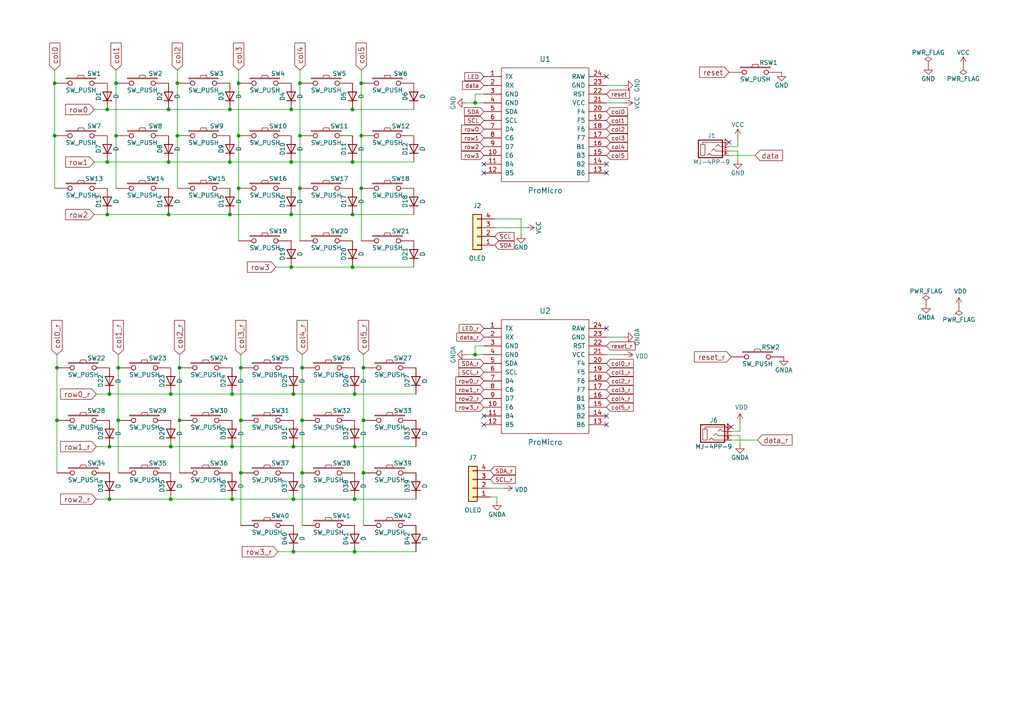
<source format=kicad_sch>
(kicad_sch (version 20211123) (generator eeschema)
  (paper "A4")
  (title_block (title "Corne Light") (date "2018-12-26") (rev "2.1") (company "foostan"))
  (lib_symbols
    (symbol "Connector_Generic:Conn_01x04" (pin_names (offset 1.016) hide)
      (property "Reference" "J" (at 0 5.08 0))
      (property "Value" "Conn_01x04" (at 0 -7.62 0))
      (symbol "Conn_01x04_1_1"
        (rectangle (start -1.27 -4.953) (end 0 -5.207) (stroke (width 0.1524)))
        (rectangle (start -1.27 -2.413) (end 0 -2.667) (stroke (width 0.1524)))
        (rectangle (start -1.27 0.127) (end 0 -0.127) (stroke (width 0.1524)))
        (rectangle (start -1.27 2.667) (end 0 2.413) (stroke (width 0.1524)))
        (rectangle (start -1.27 3.81) (end 1.27 -6.35) (stroke (width 0.254)) (fill (type background)))
        (pin passive line (at -5.08 2.54 0) (length 3.81) (name "Pin_1") (number "1"))
        (pin passive line (at -5.08 0 0) (length 3.81) (name "Pin_2") (number "2"))
        (pin passive line (at -5.08 -2.54 0) (length 3.81) (name "Pin_3") (number "3"))
        (pin passive line (at -5.08 -5.08 0) (length 3.81) (name "Pin_4") (number "4"))
      )
    )
    (symbol "Device:D" (pin_numbers hide) (pin_names (offset 1.016) hide)
      (property "Reference" "D" (at 0 2.54 0))
      (property "Value" "D" (at 0 -2.54 0))
      (symbol "D_0_1"
        (polyline (pts (xy -1.27 1.27) (xy -1.27 -1.27)) (stroke (width 0.254)))
        (polyline (pts (xy 1.27 0) (xy -1.27 0)))
        (polyline (pts (xy 1.27 1.27) (xy 1.27 -1.27) (xy -1.27 0) (xy 1.27 1.27)) (stroke (width 0.254)))
      )
      (symbol "D_1_1"
        (pin passive line (at -3.81 0 0) (length 2.54) (name "K") (number "1"))
        (pin passive line (at 3.81 0 180) (length 2.54) (name "A") (number "2"))
      )
    )
    (symbol "chococorne-rescue:MJ-4PP-9-kbd-corne-light-rescue" (pin_names (offset 1.016))
      (property "Reference" "J" (at 0 3.81 0))
      (property "Value" "MJ-4PP-9-kbd-corne-light-rescue" (at 0 -3.81 0))
      (symbol "MJ-4PP-9-kbd-corne-light-rescue_0_1"
        (rectangle (start -1.905 -1.905) (end -3.175 1.27))
        (polyline (pts (xy -2.54 1.27) (xy -2.54 1.905) (xy 3.175 1.905)))
        (polyline (pts (xy -1.27 -1.905) (xy -0.635 -1.27) (xy 0 -1.905) (xy 3.175 -1.905)))
        (polyline (pts (xy 0 -0.635) (xy 0.635 0) (xy 1.27 -0.635) (xy 3.175 -0.635)))
        (polyline (pts (xy 1.27 0.635) (xy 1.905 1.27) (xy 2.54 0.635) (xy 3.175 0.635)))
        (rectangle (start 3.175 2.54) (end -3.81 -2.54) (stroke (width 0.3048)))
      )
      (symbol "MJ-4PP-9-kbd-corne-light-rescue_1_1"
        (pin input line (at 5.08 1.905 180) (length 2.0066) (name "~") (number "A"))
        (pin input line (at 5.08 -1.905 180) (length 2.0066) (name "~") (number "B"))
        (pin input line (at 5.08 -0.635 180) (length 2.0066) (name "~") (number "C"))
        (pin input line (at 5.08 0.635 180) (length 2.0066) (name "~") (number "D"))
      )
    )
    (symbol "chococorne-rescue:ProMicro-kbd-corne-light-rescue" (pin_names (offset 1.016))
      (property "Reference" "U" (at 0 24.13 0))
      (property "Value" "ProMicro-kbd-corne-light-rescue" (at 0 -13.97 0))
      (symbol "ProMicro-kbd-corne-light-rescue_0_1"
        (rectangle (start -12.7 21.59) (end 12.7 -11.43))
      )
      (symbol "ProMicro-kbd-corne-light-rescue_1_1"
        (pin bidirectional line (at -17.78 19.05 0) (length 5.08) (name "TX") (number "1"))
        (pin bidirectional line (at -17.78 -3.81 0) (length 5.08) (name "E6") (number "10"))
        (pin bidirectional line (at -17.78 -6.35 0) (length 5.08) (name "B4") (number "11"))
        (pin bidirectional line (at -17.78 -8.89 0) (length 5.08) (name "B5") (number "12"))
        (pin bidirectional line (at 17.78 -8.89 180) (length 5.08) (name "B6") (number "13"))
        (pin bidirectional line (at 17.78 -6.35 180) (length 5.08) (name "B2") (number "14"))
        (pin bidirectional line (at 17.78 -3.81 180) (length 5.08) (name "B3") (number "15"))
        (pin bidirectional line (at 17.78 -1.27 180) (length 5.08) (name "B1") (number "16"))
        (pin bidirectional line (at 17.78 1.27 180) (length 5.08) (name "F7") (number "17"))
        (pin bidirectional line (at 17.78 3.81 180) (length 5.08) (name "F6") (number "18"))
        (pin bidirectional line (at 17.78 6.35 180) (length 5.08) (name "F5") (number "19"))
        (pin bidirectional line (at -17.78 16.51 0) (length 5.08) (name "RX") (number "2"))
        (pin bidirectional line (at 17.78 8.89 180) (length 5.08) (name "F4") (number "20"))
        (pin power_in line (at 17.78 11.43 180) (length 5.08) (name "VCC") (number "21"))
        (pin input line (at 17.78 13.97 180) (length 5.08) (name "RST") (number "22"))
        (pin power_in line (at 17.78 16.51 180) (length 5.08) (name "GND") (number "23"))
        (pin power_out line (at 17.78 19.05 180) (length 5.08) (name "RAW") (number "24"))
        (pin power_in line (at -17.78 13.97 0) (length 5.08) (name "GND") (number "3"))
        (pin power_in line (at -17.78 11.43 0) (length 5.08) (name "GND") (number "4"))
        (pin bidirectional line (at -17.78 8.89 0) (length 5.08) (name "SDA") (number "5"))
        (pin bidirectional line (at -17.78 6.35 0) (length 5.08) (name "SCL") (number "6"))
        (pin bidirectional line (at -17.78 3.81 0) (length 5.08) (name "D4") (number "7"))
        (pin bidirectional line (at -17.78 1.27 0) (length 5.08) (name "C6") (number "8"))
        (pin bidirectional line (at -17.78 -1.27 0) (length 5.08) (name "D7") (number "9"))
      )
    )
    (symbol "chococorne-rescue:SW_PUSH-kbd-corne-light-rescue" (pin_numbers hide) (pin_names (offset 1.016) hide)
      (property "Reference" "SW" (at 3.81 2.794 0))
      (property "Value" "SW_PUSH-kbd-corne-light-rescue" (at 0 -2.032 0))
      (symbol "SW_PUSH-kbd-corne-light-rescue_0_1"
        (rectangle (start -4.318 1.27) (end 4.318 1.524))
        (polyline (pts (xy -1.016 1.524) (xy -0.762 2.286) (xy 0.762 2.286) (xy 1.016 1.524)))
        (pin passive inverted (at -7.62 0 0) (length 5.08) (name "1") (number "1"))
        (pin passive inverted (at 7.62 0 180) (length 5.08) (name "2") (number "2"))
      )
    )
    (symbol "power:GND" (power) (pin_names (offset 0))
      (property "Value" "GND" (at 0 -3.81 0))
      (symbol "GND_0_1"
        (polyline (pts (xy 0 0) (xy 0 -1.27) (xy 1.27 -1.27) (xy 0 -2.54) (xy -1.27 -1.27) (xy 0 -1.27)))
      )
      (symbol "GND_1_1"
        (pin power_in line (at 0 0 270) (length 0) hide (name "GND") (number "1"))
      )
    )
    (symbol "power:GNDA" (power) (pin_names (offset 0))
      (property "Value" "GNDA" (at 0 -3.81 0))
      (symbol "GNDA_0_1"
        (polyline (pts (xy 0 0) (xy 0 -1.27) (xy 1.27 -1.27) (xy 0 -2.54) (xy -1.27 -1.27) (xy 0 -1.27)))
      )
      (symbol "GNDA_1_1"
        (pin power_in line (at 0 0 270) (length 0) hide (name "GNDA") (number "1"))
      )
    )
    (symbol "power:PWR_FLAG" (power) (pin_numbers hide) (pin_names (offset 0) hide)
      (property "Value" "PWR_FLAG" (at 0 3.81 0))
      (symbol "PWR_FLAG_0_0"
        (pin power_out line (at 0 0 90) (length 0) (name "pwr") (number "1"))
      )
      (symbol "PWR_FLAG_0_1"
        (polyline (pts (xy 0 0) (xy 0 1.27) (xy -1.016 1.905) (xy 0 2.54) (xy 1.016 1.905) (xy 0 1.27)))
      )
    )
    (symbol "power:VCC" (power) (pin_names (offset 0))
      (property "Value" "VCC" (at 0 3.81 0))
      (symbol "VCC_0_1"
        (polyline (pts (xy -0.762 1.27) (xy 0 2.54)))
        (polyline (pts (xy 0 0) (xy 0 2.54)))
        (polyline (pts (xy 0 2.54) (xy 0.762 1.27)))
      )
      (symbol "VCC_1_1"
        (pin power_in line (at 0 0 90) (length 0) hide (name "VCC") (number "1"))
      )
    )
    (symbol "power:VDD" (power) (pin_names (offset 0))
      (property "Value" "VDD" (at 0 3.81 0))
      (symbol "VDD_0_1"
        (polyline (pts (xy -0.762 1.27) (xy 0 2.54)))
        (polyline (pts (xy 0 0) (xy 0 2.54)))
        (polyline (pts (xy 0 2.54) (xy 0.762 1.27)))
      )
      (symbol "VDD_1_1"
        (pin power_in line (at 0 0 90) (length 0) hide (name "VDD") (number "1"))
      )
    )
  )
  (junction (at 137.795 102.87))
  (junction (at 85.09 114.3))
  (junction (at 16.51 106.68))
  (junction (at 102.235 31.75))
  (junction (at 48.895 31.75))
  (junction (at 31.75 114.3))
  (junction (at 48.895 62.23))
  (junction (at 67.31 144.78))
  (junction (at 84.455 77.47))
  (junction (at 33.655 39.37))
  (junction (at 85.09 144.78))
  (junction (at 104.775 24.13))
  (junction (at 15.875 39.37))
  (junction (at 15.875 24.13))
  (junction (at 69.215 54.61))
  (junction (at 102.87 114.3))
  (junction (at 69.85 106.68))
  (junction (at 31.115 46.99))
  (junction (at 16.51 121.92))
  (junction (at 33.655 24.13))
  (junction (at 67.31 129.54))
  (junction (at 105.41 121.92))
  (junction (at 34.29 106.68))
  (junction (at 105.41 137.16))
  (junction (at 51.435 39.37))
  (junction (at 102.87 144.78))
  (junction (at 84.455 31.75))
  (junction (at 86.995 24.13))
  (junction (at 85.09 129.54))
  (junction (at 84.455 62.23))
  (junction (at 102.87 129.54))
  (junction (at 104.775 39.37))
  (junction (at 69.215 24.13))
  (junction (at 31.75 144.78))
  (junction (at 69.85 137.16))
  (junction (at 31.75 129.54))
  (junction (at 67.31 114.3))
  (junction (at 87.63 106.68))
  (junction (at 102.235 62.23))
  (junction (at 66.675 62.23))
  (junction (at 84.455 46.99))
  (junction (at 34.29 121.92))
  (junction (at 69.85 121.92))
  (junction (at 49.53 114.3))
  (junction (at 66.675 46.99))
  (junction (at 104.775 54.61))
  (junction (at 31.115 31.75))
  (junction (at 69.215 39.37))
  (junction (at 52.07 106.68))
  (junction (at 85.09 160.02))
  (junction (at 49.53 144.78))
  (junction (at 87.63 121.92))
  (junction (at 105.41 106.68))
  (junction (at 87.63 137.16))
  (junction (at 102.87 160.02))
  (junction (at 51.435 24.13))
  (junction (at 86.995 54.61))
  (junction (at 31.115 62.23))
  (junction (at 66.675 31.75))
  (junction (at 137.795 29.845))
  (junction (at 86.995 39.37))
  (junction (at 48.895 46.99))
  (junction (at 49.53 129.54))
  (junction (at 102.235 77.47))
  (junction (at 102.235 46.99))
  (junction (at 52.07 121.92))
  (no_connect (at 175.895 120.65))
  (no_connect (at 211.455 41.275))
  (no_connect (at 140.335 50.165))
  (no_connect (at 140.335 123.19))
  (no_connect (at 175.895 47.625))
  (no_connect (at 175.895 123.19))
  (no_connect (at 140.335 120.65))
  (no_connect (at 175.895 95.25))
  (no_connect (at 212.09 123.825))
  (no_connect (at 175.895 50.165))
  (no_connect (at 140.335 47.625))
  (no_connect (at 175.895 22.225))
  (wire (pts (xy 16.51 102.87) (xy 16.51 106.68)))
  (wire (pts (xy 86.995 39.37) (xy 86.995 54.61)))
  (wire (pts (xy 102.235 62.23) (xy 120.015 62.23)))
  (wire (pts (xy 15.875 20.32) (xy 15.875 24.13)))
  (wire (pts (xy 85.09 129.54) (xy 102.87 129.54)))
  (wire (pts (xy 27.305 62.23) (xy 31.115 62.23)))
  (wire (pts (xy 175.895 29.845) (xy 180.975 29.845)))
  (wire (pts (xy 104.775 54.61) (xy 104.775 69.85)))
  (wire (pts (xy 66.675 31.75) (xy 84.455 31.75)))
  (wire (pts (xy 135.255 102.87) (xy 137.795 102.87)))
  (wire (pts (xy 137.795 100.33) (xy 137.795 102.87)))
  (wire (pts (xy 105.41 121.92) (xy 105.41 137.16)))
  (wire (pts (xy 69.215 24.13) (xy 69.215 39.37)))
  (wire (pts (xy 84.455 62.23) (xy 102.235 62.23)))
  (wire (pts (xy 67.31 144.78) (xy 85.09 144.78)))
  (wire (pts (xy 135.255 29.845) (xy 137.795 29.845)))
  (wire (pts (xy 137.795 27.305) (xy 137.795 29.845)))
  (wire (pts (xy 31.75 144.78) (xy 49.53 144.78)))
  (wire (pts (xy 33.655 24.13) (xy 33.655 39.37)))
  (wire (pts (xy 27.94 129.54) (xy 31.75 129.54)))
  (wire (pts (xy 66.675 46.99) (xy 84.455 46.99)))
  (wire (pts (xy 69.215 54.61) (xy 69.215 69.85)))
  (wire (pts (xy 52.07 102.87) (xy 52.07 106.68)))
  (wire (pts (xy 48.895 62.23) (xy 66.675 62.23)))
  (wire (pts (xy 27.94 144.78) (xy 31.75 144.78)))
  (wire (pts (xy 86.995 20.32) (xy 86.995 24.13)))
  (wire (pts (xy 51.435 20.32) (xy 51.435 24.13)))
  (wire (pts (xy 102.235 46.99) (xy 120.015 46.99)))
  (wire (pts (xy 212.09 127.635) (xy 219.71 127.635)))
  (wire (pts (xy 80.01 77.47) (xy 84.455 77.47)))
  (wire (pts (xy 151.13 67.945) (xy 151.13 63.5)))
  (wire (pts (xy 137.795 29.845) (xy 140.335 29.845)))
  (wire (pts (xy 67.31 129.54) (xy 85.09 129.54)))
  (wire (pts (xy 105.41 102.87) (xy 105.41 106.68)))
  (wire (pts (xy 87.63 106.68) (xy 87.63 121.92)))
  (wire (pts (xy 142.24 144.145) (xy 144.145 144.145)))
  (wire (pts (xy 31.115 31.75) (xy 48.895 31.75)))
  (wire (pts (xy 104.775 20.32) (xy 104.775 24.13)))
  (wire (pts (xy 15.875 39.37) (xy 15.875 54.61)))
  (wire (pts (xy 85.09 144.78) (xy 102.87 144.78)))
  (wire (pts (xy 84.455 31.75) (xy 102.235 31.75)))
  (wire (pts (xy 27.94 114.3) (xy 31.75 114.3)))
  (wire (pts (xy 144.145 144.145) (xy 144.145 145.415)))
  (wire (pts (xy 49.53 129.54) (xy 67.31 129.54)))
  (wire (pts (xy 31.115 62.23) (xy 48.895 62.23)))
  (wire (pts (xy 214.63 125.095) (xy 214.63 122.555)))
  (wire (pts (xy 142.24 141.605) (xy 146.05 141.605)))
  (wire (pts (xy 27.305 31.75) (xy 31.115 31.75)))
  (wire (pts (xy 213.995 43.815) (xy 213.995 46.355)))
  (wire (pts (xy 140.335 27.305) (xy 137.795 27.305)))
  (wire (pts (xy 212.09 125.095) (xy 214.63 125.095)))
  (wire (pts (xy 104.775 39.37) (xy 104.775 54.61)))
  (wire (pts (xy 211.455 45.085) (xy 219.075 45.085)))
  (wire (pts (xy 16.51 106.68) (xy 16.51 121.92)))
  (wire (pts (xy 27.305 46.99) (xy 31.115 46.99)))
  (wire (pts (xy 16.51 121.92) (xy 16.51 137.16)))
  (wire (pts (xy 214.63 126.365) (xy 214.63 128.905)))
  (wire (pts (xy 31.75 114.3) (xy 49.53 114.3)))
  (wire (pts (xy 85.09 160.02) (xy 102.87 160.02)))
  (wire (pts (xy 31.75 129.54) (xy 49.53 129.54)))
  (wire (pts (xy 137.795 102.87) (xy 140.335 102.87)))
  (wire (pts (xy 34.29 106.68) (xy 34.29 121.92)))
  (wire (pts (xy 33.655 20.32) (xy 33.655 24.13)))
  (wire (pts (xy 33.655 39.37) (xy 33.655 54.61)))
  (wire (pts (xy 102.87 129.54) (xy 120.65 129.54)))
  (wire (pts (xy 104.775 24.13) (xy 104.775 39.37)))
  (wire (pts (xy 175.895 102.87) (xy 180.975 102.87)))
  (wire (pts (xy 69.85 106.68) (xy 69.85 121.92)))
  (wire (pts (xy 213.995 42.545) (xy 213.995 40.005)))
  (wire (pts (xy 87.63 102.87) (xy 87.63 106.68)))
  (wire (pts (xy 86.995 54.61) (xy 86.995 69.85)))
  (wire (pts (xy 15.875 24.13) (xy 15.875 39.37)))
  (wire (pts (xy 102.87 114.3) (xy 120.65 114.3)))
  (wire (pts (xy 102.87 144.78) (xy 120.65 144.78)))
  (wire (pts (xy 105.41 106.68) (xy 105.41 121.92)))
  (wire (pts (xy 67.31 114.3) (xy 85.09 114.3)))
  (wire (pts (xy 102.235 77.47) (xy 120.015 77.47)))
  (wire (pts (xy 212.09 126.365) (xy 214.63 126.365)))
  (wire (pts (xy 84.455 46.99) (xy 102.235 46.99)))
  (wire (pts (xy 69.85 121.92) (xy 69.85 137.16)))
  (wire (pts (xy 211.455 43.815) (xy 213.995 43.815)))
  (wire (pts (xy 34.29 121.92) (xy 34.29 137.16)))
  (wire (pts (xy 105.41 137.16) (xy 105.41 152.4)))
  (wire (pts (xy 102.235 31.75) (xy 120.015 31.75)))
  (wire (pts (xy 51.435 24.13) (xy 51.435 39.37)))
  (wire (pts (xy 69.85 137.16) (xy 69.85 152.4)))
  (wire (pts (xy 102.87 160.02) (xy 120.65 160.02)))
  (wire (pts (xy 80.645 160.02) (xy 85.09 160.02)))
  (wire (pts (xy 175.895 97.79) (xy 180.975 97.79)))
  (wire (pts (xy 143.51 66.04) (xy 152.4 66.04)))
  (wire (pts (xy 66.675 62.23) (xy 84.455 62.23)))
  (wire (pts (xy 84.455 77.47) (xy 102.235 77.47)))
  (wire (pts (xy 69.85 102.87) (xy 69.85 106.68)))
  (wire (pts (xy 86.995 24.13) (xy 86.995 39.37)))
  (wire (pts (xy 49.53 114.3) (xy 67.31 114.3)))
  (wire (pts (xy 87.63 137.16) (xy 87.63 152.4)))
  (wire (pts (xy 69.215 39.37) (xy 69.215 54.61)))
  (wire (pts (xy 48.895 31.75) (xy 66.675 31.75)))
  (wire (pts (xy 48.895 46.99) (xy 66.675 46.99)))
  (wire (pts (xy 52.07 106.68) (xy 52.07 121.92)))
  (wire (pts (xy 151.13 63.5) (xy 143.51 63.5)))
  (wire (pts (xy 51.435 39.37) (xy 51.435 54.61)))
  (wire (pts (xy 69.215 20.32) (xy 69.215 24.13)))
  (wire (pts (xy 87.63 121.92) (xy 87.63 137.16)))
  (wire (pts (xy 211.455 42.545) (xy 213.995 42.545)))
  (wire (pts (xy 85.09 114.3) (xy 102.87 114.3)))
  (wire (pts (xy 175.895 24.765) (xy 180.975 24.765)))
  (wire (pts (xy 52.07 121.92) (xy 52.07 137.16)))
  (wire (pts (xy 49.53 144.78) (xy 67.31 144.78)))
  (wire (pts (xy 34.29 102.87) (xy 34.29 106.68)))
  (wire (pts (xy 31.115 46.99) (xy 48.895 46.99)))
  (wire (pts (xy 140.335 100.33) (xy 137.795 100.33)))
  (global_label "row2" (shape input) (at 27.305 62.23 180) (effects (font (size 1.524 1.524))) (property "Intersheet References" "${INTERSHEET_REFS}" (effects hide)))
  (global_label "col5" (shape input) (at 175.895 45.085 0) (effects (font (size 1.1938 1.1938))) (property "Intersheet References" "${INTERSHEET_REFS}" (effects hide)))
  (global_label "row2" (shape input) (at 140.335 42.545 180) (effects (font (size 1.1938 1.1938))) (property "Intersheet References" "${INTERSHEET_REFS}" (effects hide)))
  (global_label "col4" (shape input) (at 175.895 42.545 0) (effects (font (size 1.1938 1.1938))) (property "Intersheet References" "${INTERSHEET_REFS}" (effects hide)))
  (global_label "col0_r" (shape input) (at 16.51 102.87 90) (effects (font (size 1.524 1.524))) (property "Intersheet References" "${INTERSHEET_REFS}" (effects hide)))
  (global_label "col4_r" (shape input) (at 175.895 115.57 0) (effects (font (size 1.1938 1.1938))) (property "Intersheet References" "${INTERSHEET_REFS}" (effects hide)))
  (global_label "row2_r" (shape input) (at 27.94 144.78 180) (effects (font (size 1.524 1.524))) (property "Intersheet References" "${INTERSHEET_REFS}" (effects hide)))
  (global_label "SCL_r" (shape input) (at 140.335 107.95 180) (effects (font (size 1.1938 1.1938))) (property "Intersheet References" "${INTERSHEET_REFS}" (effects hide)))
  (global_label "col1_r" (shape input) (at 34.29 102.87 90) (effects (font (size 1.524 1.524))) (property "Intersheet References" "${INTERSHEET_REFS}" (effects hide)))
  (global_label "SDA_r" (shape input) (at 142.24 136.525 0) (effects (font (size 1.1938 1.1938))) (property "Intersheet References" "${INTERSHEET_REFS}" (effects hide)))
  (global_label "reset_r" (shape input) (at 175.895 100.33 0) (effects (font (size 1.1938 1.1938))) (property "Intersheet References" "${INTERSHEET_REFS}" (effects hide)))
  (global_label "row1_r" (shape input) (at 140.335 113.03 180) (effects (font (size 1.1938 1.1938))) (property "Intersheet References" "${INTERSHEET_REFS}" (effects hide)))
  (global_label "col2_r" (shape input) (at 52.07 102.87 90) (effects (font (size 1.524 1.524))) (property "Intersheet References" "${INTERSHEET_REFS}" (effects hide)))
  (global_label "col1" (shape input) (at 33.655 20.32 90) (effects (font (size 1.524 1.524))) (property "Intersheet References" "${INTERSHEET_REFS}" (effects hide)))
  (global_label "row3_r" (shape input) (at 140.335 118.11 180) (effects (font (size 1.1938 1.1938))) (property "Intersheet References" "${INTERSHEET_REFS}" (effects hide)))
  (global_label "SDA" (shape input) (at 143.51 71.12 0) (effects (font (size 1.1938 1.1938))) (property "Intersheet References" "${INTERSHEET_REFS}" (effects hide)))
  (global_label "row0_r" (shape input) (at 27.94 114.3 180) (effects (font (size 1.524 1.524))) (property "Intersheet References" "${INTERSHEET_REFS}" (effects hide)))
  (global_label "col3_r" (shape input) (at 175.895 113.03 0) (effects (font (size 1.1938 1.1938))) (property "Intersheet References" "${INTERSHEET_REFS}" (effects hide)))
  (global_label "data" (shape input) (at 219.075 45.085 0) (effects (font (size 1.524 1.524))) (property "Intersheet References" "${INTERSHEET_REFS}" (effects hide)))
  (global_label "col3" (shape input) (at 175.895 40.005 0) (effects (font (size 1.1938 1.1938))) (property "Intersheet References" "${INTERSHEET_REFS}" (effects hide)))
  (global_label "row3_r" (shape input) (at 80.645 160.02 180) (effects (font (size 1.524 1.524))) (property "Intersheet References" "${INTERSHEET_REFS}" (effects hide)))
  (global_label "SDA_r" (shape input) (at 140.335 105.41 180) (effects (font (size 1.1938 1.1938))) (property "Intersheet References" "${INTERSHEET_REFS}" (effects hide)))
  (global_label "reset_r" (shape input) (at 212.09 103.505 180) (effects (font (size 1.524 1.524))) (property "Intersheet References" "${INTERSHEET_REFS}" (effects hide)))
  (global_label "SDA" (shape input) (at 140.335 32.385 180) (effects (font (size 1.1938 1.1938))) (property "Intersheet References" "${INTERSHEET_REFS}" (effects hide)))
  (global_label "col0_r" (shape input) (at 175.895 105.41 0) (effects (font (size 1.1938 1.1938))) (property "Intersheet References" "${INTERSHEET_REFS}" (effects hide)))
  (global_label "SCL" (shape input) (at 140.335 34.925 180) (effects (font (size 1.1938 1.1938))) (property "Intersheet References" "${INTERSHEET_REFS}" (effects hide)))
  (global_label "col4_r" (shape input) (at 87.63 102.87 90) (effects (font (size 1.524 1.524))) (property "Intersheet References" "${INTERSHEET_REFS}" (effects hide)))
  (global_label "col5" (shape input) (at 104.775 20.32 90) (effects (font (size 1.524 1.524))) (property "Intersheet References" "${INTERSHEET_REFS}" (effects hide)))
  (global_label "row3" (shape input) (at 140.335 45.085 180) (effects (font (size 1.1938 1.1938))) (property "Intersheet References" "${INTERSHEET_REFS}" (effects hide)))
  (global_label "row3" (shape input) (at 80.01 77.47 180) (effects (font (size 1.524 1.524))) (property "Intersheet References" "${INTERSHEET_REFS}" (effects hide)))
  (global_label "col5_r" (shape input) (at 105.41 102.87 90) (effects (font (size 1.524 1.524))) (property "Intersheet References" "${INTERSHEET_REFS}" (effects hide)))
  (global_label "col0" (shape input) (at 15.875 20.32 90) (effects (font (size 1.524 1.524))) (property "Intersheet References" "${INTERSHEET_REFS}" (effects hide)))
  (global_label "row1" (shape input) (at 27.305 46.99 180) (effects (font (size 1.524 1.524))) (property "Intersheet References" "${INTERSHEET_REFS}" (effects hide)))
  (global_label "reset" (shape input) (at 211.455 20.955 180) (effects (font (size 1.524 1.524))) (property "Intersheet References" "${INTERSHEET_REFS}" (effects hide)))
  (global_label "SCL_r" (shape input) (at 142.24 139.065 0) (effects (font (size 1.1938 1.1938))) (property "Intersheet References" "${INTERSHEET_REFS}" (effects hide)))
  (global_label "col0" (shape input) (at 175.895 32.385 0) (effects (font (size 1.1938 1.1938))) (property "Intersheet References" "${INTERSHEET_REFS}" (effects hide)))
  (global_label "col4" (shape input) (at 86.995 20.32 90) (effects (font (size 1.524 1.524))) (property "Intersheet References" "${INTERSHEET_REFS}" (effects hide)))
  (global_label "col2" (shape input) (at 175.895 37.465 0) (effects (font (size 1.1938 1.1938))) (property "Intersheet References" "${INTERSHEET_REFS}" (effects hide)))
  (global_label "row1_r" (shape input) (at 27.94 129.54 180) (effects (font (size 1.524 1.524))) (property "Intersheet References" "${INTERSHEET_REFS}" (effects hide)))
  (global_label "row0" (shape input) (at 140.335 37.465 180) (effects (font (size 1.1938 1.1938))) (property "Intersheet References" "${INTERSHEET_REFS}" (effects hide)))
  (global_label "LED" (shape input) (at 140.335 22.225 180) (effects (font (size 1.1938 1.1938))) (property "Intersheet References" "${INTERSHEET_REFS}" (effects hide)))
  (global_label "reset" (shape input) (at 175.895 27.305 0) (effects (font (size 1.1938 1.1938))) (property "Intersheet References" "${INTERSHEET_REFS}" (effects hide)))
  (global_label "col2_r" (shape input) (at 175.895 110.49 0) (effects (font (size 1.1938 1.1938))) (property "Intersheet References" "${INTERSHEET_REFS}" (effects hide)))
  (global_label "row0" (shape input) (at 27.305 31.75 180) (effects (font (size 1.524 1.524))) (property "Intersheet References" "${INTERSHEET_REFS}" (effects hide)))
  (global_label "data" (shape input) (at 140.335 24.765 180) (effects (font (size 1.1938 1.1938))) (property "Intersheet References" "${INTERSHEET_REFS}" (effects hide)))
  (global_label "row1" (shape input) (at 140.335 40.005 180) (effects (font (size 1.1938 1.1938))) (property "Intersheet References" "${INTERSHEET_REFS}" (effects hide)))
  (global_label "row0_r" (shape input) (at 140.335 110.49 180) (effects (font (size 1.1938 1.1938))) (property "Intersheet References" "${INTERSHEET_REFS}" (effects hide)))
  (global_label "SCL" (shape input) (at 143.51 68.58 0) (effects (font (size 1.1938 1.1938))) (property "Intersheet References" "${INTERSHEET_REFS}" (effects hide)))
  (global_label "col1" (shape input) (at 175.895 34.925 0) (effects (font (size 1.1938 1.1938))) (property "Intersheet References" "${INTERSHEET_REFS}" (effects hide)))
  (global_label "col2" (shape input) (at 51.435 20.32 90) (effects (font (size 1.524 1.524))) (property "Intersheet References" "${INTERSHEET_REFS}" (effects hide)))
  (global_label "data_r" (shape input) (at 140.335 97.79 180) (effects (font (size 1.1938 1.1938))) (property "Intersheet References" "${INTERSHEET_REFS}" (effects hide)))
  (global_label "col3_r" (shape input) (at 69.85 102.87 90) (effects (font (size 1.524 1.524))) (property "Intersheet References" "${INTERSHEET_REFS}" (effects hide)))
  (global_label "col5_r" (shape input) (at 175.895 118.11 0) (effects (font (size 1.1938 1.1938))) (property "Intersheet References" "${INTERSHEET_REFS}" (effects hide)))
  (global_label "LED_r" (shape input) (at 140.335 95.25 180) (effects (font (size 1.1938 1.1938))) (property "Intersheet References" "${INTERSHEET_REFS}" (effects hide)))
  (global_label "col1_r" (shape input) (at 175.895 107.95 0) (effects (font (size 1.1938 1.1938))) (property "Intersheet References" "${INTERSHEET_REFS}" (effects hide)))
  (global_label "row2_r" (shape input) (at 140.335 115.57 180) (effects (font (size 1.1938 1.1938))) (property "Intersheet References" "${INTERSHEET_REFS}" (effects hide)))
  (global_label "data_r" (shape input) (at 219.71 127.635 0) (effects (font (size 1.524 1.524))) (property "Intersheet References" "${INTERSHEET_REFS}" (effects hide)))
  (global_label "col3" (shape input) (at 69.215 20.32 90) (effects (font (size 1.524 1.524))) (property "Intersheet References" "${INTERSHEET_REFS}" (effects hide)))
  (symbol (lib_id "chococorne-rescue:ProMicro-kbd-corne-light-rescue") (at 158.115 41.275 0) (unit 1)
    (property "Reference" "U1" (at 158.115 17.145 0) (effects (font (size 1.524 1.524))))
    (property "Value" "ProMicro" (at 158.115 55.245 0) (effects (font (size 1.524 1.524))))
    (property "Footprint" "kbd:ProMicro_v2_1side" (effects hide))
  )
  (symbol (lib_id "chococorne-rescue:SW_PUSH-kbd-corne-light-rescue") (at 41.275 24.13 0) (unit 1)
    (property "Reference" "SW2" (at 45.085 21.336 0))
    (property "Value" "SW_PUSH" (at 41.275 26.162 0))
    (property "Footprint" "kbd:CherryMX_Choc_1u" (effects hide))
  )
  (symbol (lib_id "Device:D") (at 48.895 27.94 90) (unit 1)
    (property "Reference" "D2" (at 46.355 27.94 0))
    (property "Value" "D" (at 51.435 27.94 0))
    (property "Footprint" "kbd:D3_SMD" (effects hide))
  )
  (symbol (lib_id "chococorne-rescue:SW_PUSH-kbd-corne-light-rescue") (at 59.055 24.13 0) (unit 1)
    (property "Reference" "SW3" (at 62.865 21.336 0))
    (property "Value" "SW_PUSH" (at 59.055 26.162 0))
    (property "Footprint" "kbd:CherryMX_Choc_1u" (effects hide))
  )
  (symbol (lib_id "Device:D") (at 66.675 27.94 90) (unit 1)
    (property "Reference" "D3" (at 64.135 27.94 0))
    (property "Value" "D" (at 69.215 27.94 0))
    (property "Footprint" "kbd:D3_SMD" (effects hide))
  )
  (symbol (lib_id "chococorne-rescue:SW_PUSH-kbd-corne-light-rescue") (at 76.835 24.13 0) (unit 1)
    (property "Reference" "SW4" (at 80.645 21.336 0))
    (property "Value" "SW_PUSH" (at 76.835 26.162 0))
    (property "Footprint" "kbd:CherryMX_Choc_1u" (effects hide))
  )
  (symbol (lib_id "chococorne-rescue:SW_PUSH-kbd-corne-light-rescue") (at 94.615 24.13 0) (unit 1)
    (property "Reference" "SW5" (at 98.425 21.336 0))
    (property "Value" "SW_PUSH" (at 94.615 26.162 0))
    (property "Footprint" "kbd:CherryMX_Choc_1u" (effects hide))
  )
  (symbol (lib_id "chococorne-rescue:SW_PUSH-kbd-corne-light-rescue") (at 112.395 24.13 0) (unit 1)
    (property "Reference" "SW6" (at 116.205 21.336 0))
    (property "Value" "SW_PUSH" (at 112.395 26.162 0))
    (property "Footprint" "kbd:CherryMX_Choc_1u" (effects hide))
  )
  (symbol (lib_id "Device:D") (at 84.455 27.94 90) (unit 1)
    (property "Reference" "D4" (at 81.915 27.94 0))
    (property "Value" "D" (at 86.995 27.94 0))
    (property "Footprint" "kbd:D3_SMD" (effects hide))
  )
  (symbol (lib_id "Device:D") (at 102.235 27.94 90) (unit 1)
    (property "Reference" "D5" (at 99.695 27.94 0))
    (property "Value" "D" (at 104.775 27.94 0))
    (property "Footprint" "kbd:D3_SMD" (effects hide))
  )
  (symbol (lib_id "Device:D") (at 120.015 27.94 90) (unit 1)
    (property "Reference" "D6" (at 117.475 27.94 0))
    (property "Value" "D" (at 122.555 27.94 0))
    (property "Footprint" "kbd:D3_SMD" (effects hide))
  )
  (symbol (lib_id "chococorne-rescue:SW_PUSH-kbd-corne-light-rescue") (at 23.495 24.13 0) (unit 1)
    (property "Reference" "SW1" (at 27.305 21.336 0))
    (property "Value" "SW_PUSH" (at 23.495 26.162 0))
    (property "Footprint" "kbd:CherryMX_Choc_1u" (effects hide))
  )
  (symbol (lib_id "Device:D") (at 31.115 27.94 90) (unit 1)
    (property "Reference" "D1" (at 28.575 27.94 0))
    (property "Value" "D" (at 33.655 27.94 0))
    (property "Footprint" "kbd:D3_SMD" (effects hide))
  )
  (symbol (lib_id "chococorne-rescue:SW_PUSH-kbd-corne-light-rescue") (at 41.275 39.37 0) (unit 1)
    (property "Reference" "SW8" (at 45.085 36.576 0))
    (property "Value" "SW_PUSH" (at 41.275 41.402 0))
    (property "Footprint" "kbd:CherryMX_Choc_1u" (effects hide))
  )
  (symbol (lib_id "Device:D") (at 48.895 43.18 90) (unit 1)
    (property "Reference" "D8" (at 46.355 43.18 0))
    (property "Value" "D" (at 51.435 43.18 0))
    (property "Footprint" "kbd:D3_SMD" (effects hide))
  )
  (symbol (lib_id "chococorne-rescue:SW_PUSH-kbd-corne-light-rescue") (at 59.055 39.37 0) (unit 1)
    (property "Reference" "SW9" (at 62.865 36.576 0))
    (property "Value" "SW_PUSH" (at 59.055 41.402 0))
    (property "Footprint" "kbd:CherryMX_Choc_1u" (effects hide))
  )
  (symbol (lib_id "Device:D") (at 66.675 43.18 90) (unit 1)
    (property "Reference" "D9" (at 64.135 43.18 0))
    (property "Value" "D" (at 69.215 43.18 0))
    (property "Footprint" "kbd:D3_SMD" (effects hide))
  )
  (symbol (lib_id "chococorne-rescue:SW_PUSH-kbd-corne-light-rescue") (at 76.835 39.37 0) (unit 1)
    (property "Reference" "SW10" (at 80.645 36.576 0))
    (property "Value" "SW_PUSH" (at 76.835 41.402 0))
    (property "Footprint" "kbd:CherryMX_Choc_1u" (effects hide))
  )
  (symbol (lib_id "chococorne-rescue:SW_PUSH-kbd-corne-light-rescue") (at 94.615 39.37 0) (unit 1)
    (property "Reference" "SW11" (at 98.425 36.576 0))
    (property "Value" "SW_PUSH" (at 94.615 41.402 0))
    (property "Footprint" "kbd:CherryMX_Choc_1u" (effects hide))
  )
  (symbol (lib_id "chococorne-rescue:SW_PUSH-kbd-corne-light-rescue") (at 112.395 39.37 0) (unit 1)
    (property "Reference" "SW12" (at 116.205 36.576 0))
    (property "Value" "SW_PUSH" (at 112.395 41.402 0))
    (property "Footprint" "kbd:CherryMX_Choc_1u" (effects hide))
  )
  (symbol (lib_id "Device:D") (at 84.455 43.18 90) (unit 1)
    (property "Reference" "D10" (at 81.915 43.18 0))
    (property "Value" "D" (at 86.995 43.18 0))
    (property "Footprint" "kbd:D3_SMD" (effects hide))
  )
  (symbol (lib_id "Device:D") (at 102.235 43.18 90) (unit 1)
    (property "Reference" "D11" (at 99.695 43.18 0))
    (property "Value" "D" (at 104.775 43.18 0))
    (property "Footprint" "kbd:D3_SMD" (effects hide))
  )
  (symbol (lib_id "Device:D") (at 120.015 43.18 90) (unit 1)
    (property "Reference" "D12" (at 117.475 43.18 0))
    (property "Value" "D" (at 122.555 43.18 0))
    (property "Footprint" "kbd:D3_SMD" (effects hide))
  )
  (symbol (lib_id "chococorne-rescue:SW_PUSH-kbd-corne-light-rescue") (at 23.495 39.37 0) (unit 1)
    (property "Reference" "SW7" (at 27.305 36.576 0))
    (property "Value" "SW_PUSH" (at 23.495 41.402 0))
    (property "Footprint" "kbd:CherryMX_Choc_1u" (effects hide))
  )
  (symbol (lib_id "Device:D") (at 31.115 43.18 90) (unit 1)
    (property "Reference" "D7" (at 28.575 43.18 0))
    (property "Value" "D" (at 33.655 43.18 0))
    (property "Footprint" "kbd:D3_SMD" (effects hide))
  )
  (symbol (lib_id "chococorne-rescue:SW_PUSH-kbd-corne-light-rescue") (at 41.275 54.61 0) (unit 1)
    (property "Reference" "SW14" (at 45.085 51.816 0))
    (property "Value" "SW_PUSH" (at 41.275 56.642 0))
    (property "Footprint" "kbd:CherryMX_Choc_1u" (effects hide))
  )
  (symbol (lib_id "Device:D") (at 48.895 58.42 90) (unit 1)
    (property "Reference" "D14" (at 46.355 58.42 0))
    (property "Value" "D" (at 51.435 58.42 0))
    (property "Footprint" "kbd:D3_SMD" (effects hide))
  )
  (symbol (lib_id "chococorne-rescue:SW_PUSH-kbd-corne-light-rescue") (at 59.055 54.61 0) (unit 1)
    (property "Reference" "SW15" (at 62.865 51.816 0))
    (property "Value" "SW_PUSH" (at 59.055 56.642 0))
    (property "Footprint" "kbd:CherryMX_Choc_1u" (effects hide))
  )
  (symbol (lib_id "Device:D") (at 66.675 58.42 90) (unit 1)
    (property "Reference" "D15" (at 64.135 58.42 0))
    (property "Value" "D" (at 69.215 58.42 0))
    (property "Footprint" "kbd:D3_SMD" (effects hide))
  )
  (symbol (lib_id "chococorne-rescue:SW_PUSH-kbd-corne-light-rescue") (at 76.835 54.61 0) (unit 1)
    (property "Reference" "SW16" (at 80.645 51.816 0))
    (property "Value" "SW_PUSH" (at 76.835 56.642 0))
    (property "Footprint" "kbd:CherryMX_Choc_1u" (effects hide))
  )
  (symbol (lib_id "chococorne-rescue:SW_PUSH-kbd-corne-light-rescue") (at 94.615 54.61 0) (unit 1)
    (property "Reference" "SW17" (at 98.425 51.816 0))
    (property "Value" "SW_PUSH" (at 94.615 56.642 0))
    (property "Footprint" "kbd:CherryMX_Choc_1u" (effects hide))
  )
  (symbol (lib_id "chococorne-rescue:SW_PUSH-kbd-corne-light-rescue") (at 112.395 54.61 0) (unit 1)
    (property "Reference" "SW18" (at 116.205 51.816 0))
    (property "Value" "SW_PUSH" (at 112.395 56.642 0))
    (property "Footprint" "kbd:CherryMX_Choc_1u" (effects hide))
  )
  (symbol (lib_id "Device:D") (at 84.455 58.42 90) (unit 1)
    (property "Reference" "D16" (at 81.915 58.42 0))
    (property "Value" "D" (at 86.995 58.42 0))
    (property "Footprint" "kbd:D3_SMD" (effects hide))
  )
  (symbol (lib_id "Device:D") (at 102.235 58.42 90) (unit 1)
    (property "Reference" "D17" (at 99.695 58.42 0))
    (property "Value" "D" (at 104.775 58.42 0))
    (property "Footprint" "kbd:D3_SMD" (effects hide))
  )
  (symbol (lib_id "Device:D") (at 120.015 58.42 90) (unit 1)
    (property "Reference" "D18" (at 117.475 58.42 0))
    (property "Value" "D" (at 122.555 58.42 0))
    (property "Footprint" "kbd:D3_SMD" (effects hide))
  )
  (symbol (lib_id "chococorne-rescue:SW_PUSH-kbd-corne-light-rescue") (at 23.495 54.61 0) (unit 1)
    (property "Reference" "SW13" (at 27.305 51.816 0))
    (property "Value" "SW_PUSH" (at 23.495 56.642 0))
    (property "Footprint" "kbd:CherryMX_Choc_1u" (effects hide))
  )
  (symbol (lib_id "Device:D") (at 31.115 58.42 90) (unit 1)
    (property "Reference" "D13" (at 28.575 58.42 0))
    (property "Value" "D" (at 33.655 58.42 0))
    (property "Footprint" "kbd:D3_SMD" (effects hide))
  )
  (symbol (lib_id "chococorne-rescue:SW_PUSH-kbd-corne-light-rescue") (at 94.615 69.85 0) (unit 1)
    (property "Reference" "SW20" (at 98.425 67.056 0))
    (property "Value" "SW_PUSH" (at 94.615 71.882 0))
    (property "Footprint" "kbd:CherryMX_Choc_1u" (effects hide))
  )
  (symbol (lib_id "Device:D") (at 102.235 73.66 90) (unit 1)
    (property "Reference" "D20" (at 99.695 73.66 0))
    (property "Value" "D" (at 104.775 73.66 0))
    (property "Footprint" "kbd:D3_SMD" (effects hide))
  )
  (symbol (lib_id "chococorne-rescue:SW_PUSH-kbd-corne-light-rescue") (at 112.395 69.85 0) (unit 1)
    (property "Reference" "SW21" (at 116.205 67.056 0))
    (property "Value" "SW_PUSH" (at 112.395 71.882 0))
    (property "Footprint" "kbd:CherryMX_Choc_1.5u" (effects hide))
  )
  (symbol (lib_id "Device:D") (at 120.015 73.66 90) (unit 1)
    (property "Reference" "D21" (at 117.475 73.66 0))
    (property "Value" "D" (at 122.555 73.66 0))
    (property "Footprint" "kbd:D3_SMD" (effects hide))
  )
  (symbol (lib_id "chococorne-rescue:SW_PUSH-kbd-corne-light-rescue") (at 76.835 69.85 0) (unit 1)
    (property "Reference" "SW19" (at 80.645 67.056 0))
    (property "Value" "SW_PUSH" (at 76.835 71.882 0))
    (property "Footprint" "kbd:CherryMX_Choc_1u" (effects hide))
  )
  (symbol (lib_id "Device:D") (at 84.455 73.66 90) (unit 1)
    (property "Reference" "D19" (at 81.915 73.66 0))
    (property "Value" "D" (at 86.995 73.66 0))
    (property "Footprint" "kbd:D3_SMD" (effects hide))
  )
  (symbol (lib_id "power:GND") (at 180.975 24.765 90) (unit 1)
    (property "Reference" "#PWR03" (effects hide))
    (property "Value" "GND" (at 184.785 24.765 0))
  )
  (symbol (lib_id "power:VCC") (at 180.975 29.845 270) (unit 1)
    (property "Reference" "#PWR05" (effects hide))
    (property "Value" "VCC" (at 184.785 29.845 0))
  )
  (symbol (lib_id "power:GND") (at 135.255 29.845 270) (unit 1)
    (property "Reference" "#PWR04" (effects hide))
    (property "Value" "GND" (at 131.445 29.845 0))
  )
  (symbol (lib_id "power:GND") (at 269.24 19.05 0) (unit 1)
    (property "Reference" "#PWR01" (effects hide))
    (property "Value" "GND" (at 269.24 22.86 0))
  )
  (symbol (lib_id "power:VCC") (at 279.4 19.05 0) (unit 1)
    (property "Reference" "#PWR02" (effects hide))
    (property "Value" "VCC" (at 279.4 15.24 0))
  )
  (symbol (lib_id "power:PWR_FLAG") (at 279.4 19.05 180) (unit 1)
    (property "Reference" "#FLG02" (effects hide))
    (property "Value" "PWR_FLAG" (at 279.4 22.86 0))
  )
  (symbol (lib_id "power:PWR_FLAG") (at 269.24 19.05 0) (unit 1)
    (property "Reference" "#FLG01" (effects hide))
    (property "Value" "PWR_FLAG" (at 269.24 15.24 0))
  )
  (symbol (lib_id "chococorne-rescue:SW_PUSH-kbd-corne-light-rescue") (at 219.075 20.955 0) (unit 1)
    (property "Reference" "RSW1" (at 222.885 18.161 0))
    (property "Value" "SW_PUSH" (at 219.075 22.987 0))
    (property "Footprint" "kbd:ResetSW_1side" (effects hide))
  )
  (symbol (lib_id "power:GND") (at 226.695 20.955 0) (unit 1)
    (property "Reference" "#PWR07" (effects hide))
    (property "Value" "GND" (at 226.695 24.765 0))
  )
  (symbol (lib_id "power:VCC") (at 213.995 40.005 0) (unit 1)
    (property "Reference" "#PWR06" (effects hide))
    (property "Value" "VCC" (at 213.995 36.195 0))
  )
  (symbol (lib_id "power:GND") (at 213.995 46.355 0) (unit 1)
    (property "Reference" "#PWR08" (effects hide))
    (property "Value" "GND" (at 213.995 50.165 0))
  )
  (symbol (lib_id "Connector_Generic:Conn_01x04") (at 138.43 68.58 180) (unit 1)
    (property "Reference" "J2" (at 138.43 59.69 0))
    (property "Value" "OLED" (at 138.43 74.93 0))
    (property "Footprint" "kbd:OLED_1side" (effects hide))
  )
  (symbol (lib_id "power:GND") (at 151.13 67.945 0) (unit 1)
    (property "Reference" "#PWR019" (effects hide))
    (property "Value" "GND" (at 151.13 71.755 0))
  )
  (symbol (lib_id "power:VCC") (at 152.4 66.04 270) (unit 1)
    (property "Reference" "#PWR018" (effects hide))
    (property "Value" "VCC" (at 156.21 66.04 0))
  )
  (symbol (lib_id "chococorne-rescue:MJ-4PP-9-kbd-corne-light-rescue") (at 206.375 43.18 0) (unit 1)
    (property "Reference" "J1" (at 206.375 39.37 0))
    (property "Value" "MJ-4PP-9" (at 206.375 46.99 0))
    (property "Footprint" "kbd:MJ-4PP-9_1side" (effects hide))
  )
  (symbol (lib_id "chococorne-rescue:ProMicro-kbd-corne-light-rescue") (at 158.115 114.3 0) (unit 1)
    (property "Reference" "U2" (at 158.115 90.17 0) (effects (font (size 1.524 1.524))))
    (property "Value" "ProMicro" (at 158.115 128.27 0) (effects (font (size 1.524 1.524))))
    (property "Footprint" "kbd:ProMicro_v2_1side" (effects hide))
  )
  (symbol (lib_id "chococorne-rescue:SW_PUSH-kbd-corne-light-rescue") (at 41.91 106.68 0) (unit 1)
    (property "Reference" "SW23" (at 45.72 103.886 0))
    (property "Value" "SW_PUSH" (at 41.91 108.712 0))
    (property "Footprint" "kbd:CherryMX_Choc_1u" (effects hide))
  )
  (symbol (lib_id "Device:D") (at 49.53 110.49 90) (unit 1)
    (property "Reference" "D23" (at 46.99 110.49 0))
    (property "Value" "D" (at 52.07 110.49 0))
    (property "Footprint" "kbd:D3_SMD" (effects hide))
  )
  (symbol (lib_id "chococorne-rescue:SW_PUSH-kbd-corne-light-rescue") (at 59.69 106.68 0) (unit 1)
    (property "Reference" "SW24" (at 63.5 103.886 0))
    (property "Value" "SW_PUSH" (at 59.69 108.712 0))
    (property "Footprint" "kbd:CherryMX_Choc_1u" (effects hide))
  )
  (symbol (lib_id "Device:D") (at 67.31 110.49 90) (unit 1)
    (property "Reference" "D24" (at 64.77 110.49 0))
    (property "Value" "D" (at 69.85 110.49 0))
    (property "Footprint" "kbd:D3_SMD" (effects hide))
  )
  (symbol (lib_id "chococorne-rescue:SW_PUSH-kbd-corne-light-rescue") (at 77.47 106.68 0) (unit 1)
    (property "Reference" "SW25" (at 81.28 103.886 0))
    (property "Value" "SW_PUSH" (at 77.47 108.712 0))
    (property "Footprint" "kbd:CherryMX_Choc_1u" (effects hide))
  )
  (symbol (lib_id "chococorne-rescue:SW_PUSH-kbd-corne-light-rescue") (at 95.25 106.68 0) (unit 1)
    (property "Reference" "SW26" (at 99.06 103.886 0))
    (property "Value" "SW_PUSH" (at 95.25 108.712 0))
    (property "Footprint" "kbd:CherryMX_Choc_1u" (effects hide))
  )
  (symbol (lib_id "chococorne-rescue:SW_PUSH-kbd-corne-light-rescue") (at 113.03 106.68 0) (unit 1)
    (property "Reference" "SW27" (at 116.84 103.886 0))
    (property "Value" "SW_PUSH" (at 113.03 108.712 0))
    (property "Footprint" "kbd:CherryMX_Choc_1u" (effects hide))
  )
  (symbol (lib_id "Device:D") (at 85.09 110.49 90) (unit 1)
    (property "Reference" "D25" (at 82.55 110.49 0))
    (property "Value" "D" (at 87.63 110.49 0))
    (property "Footprint" "kbd:D3_SMD" (effects hide))
  )
  (symbol (lib_id "Device:D") (at 102.87 110.49 90) (unit 1)
    (property "Reference" "D26" (at 100.33 110.49 0))
    (property "Value" "D" (at 105.41 110.49 0))
    (property "Footprint" "kbd:D3_SMD" (effects hide))
  )
  (symbol (lib_id "Device:D") (at 120.65 110.49 90) (unit 1)
    (property "Reference" "D27" (at 118.11 110.49 0))
    (property "Value" "D" (at 123.19 110.49 0))
    (property "Footprint" "kbd:D3_SMD" (effects hide))
  )
  (symbol (lib_id "chococorne-rescue:SW_PUSH-kbd-corne-light-rescue") (at 24.13 106.68 0) (unit 1)
    (property "Reference" "SW22" (at 27.94 103.886 0))
    (property "Value" "SW_PUSH" (at 24.13 108.712 0))
    (property "Footprint" "kbd:CherryMX_Choc_1u" (effects hide))
  )
  (symbol (lib_id "Device:D") (at 31.75 110.49 90) (unit 1)
    (property "Reference" "D22" (at 29.21 110.49 0))
    (property "Value" "D" (at 34.29 110.49 0))
    (property "Footprint" "kbd:D3_SMD" (effects hide))
  )
  (symbol (lib_id "chococorne-rescue:SW_PUSH-kbd-corne-light-rescue") (at 41.91 121.92 0) (unit 1)
    (property "Reference" "SW29" (at 45.72 119.126 0))
    (property "Value" "SW_PUSH" (at 41.91 123.952 0))
    (property "Footprint" "kbd:CherryMX_Choc_1u" (effects hide))
  )
  (symbol (lib_id "Device:D") (at 49.53 125.73 90) (unit 1)
    (property "Reference" "D29" (at 46.99 125.73 0))
    (property "Value" "D" (at 52.07 125.73 0))
    (property "Footprint" "kbd:D3_SMD" (effects hide))
  )
  (symbol (lib_id "chococorne-rescue:SW_PUSH-kbd-corne-light-rescue") (at 59.69 121.92 0) (unit 1)
    (property "Reference" "SW30" (at 63.5 119.126 0))
    (property "Value" "SW_PUSH" (at 59.69 123.952 0))
    (property "Footprint" "kbd:CherryMX_Choc_1u" (effects hide))
  )
  (symbol (lib_id "Device:D") (at 67.31 125.73 90) (unit 1)
    (property "Reference" "D30" (at 64.77 125.73 0))
    (property "Value" "D" (at 69.85 125.73 0))
    (property "Footprint" "kbd:D3_SMD" (effects hide))
  )
  (symbol (lib_id "chococorne-rescue:SW_PUSH-kbd-corne-light-rescue") (at 77.47 121.92 0) (unit 1)
    (property "Reference" "SW31" (at 81.28 119.126 0))
    (property "Value" "SW_PUSH" (at 77.47 123.952 0))
    (property "Footprint" "kbd:CherryMX_Choc_1u" (effects hide))
  )
  (symbol (lib_id "chococorne-rescue:SW_PUSH-kbd-corne-light-rescue") (at 95.25 121.92 0) (unit 1)
    (property "Reference" "SW32" (at 99.06 119.126 0))
    (property "Value" "SW_PUSH" (at 95.25 123.952 0))
    (property "Footprint" "kbd:CherryMX_Choc_1u" (effects hide))
  )
  (symbol (lib_id "chococorne-rescue:SW_PUSH-kbd-corne-light-rescue") (at 113.03 121.92 0) (unit 1)
    (property "Reference" "SW33" (at 116.84 119.126 0))
    (property "Value" "SW_PUSH" (at 113.03 123.952 0))
    (property "Footprint" "kbd:CherryMX_Choc_1u" (effects hide))
  )
  (symbol (lib_id "Device:D") (at 85.09 125.73 90) (unit 1)
    (property "Reference" "D31" (at 82.55 125.73 0))
    (property "Value" "D" (at 87.63 125.73 0))
    (property "Footprint" "kbd:D3_SMD" (effects hide))
  )
  (symbol (lib_id "Device:D") (at 102.87 125.73 90) (unit 1)
    (property "Reference" "D32" (at 100.33 125.73 0))
    (property "Value" "D" (at 105.41 125.73 0))
    (property "Footprint" "kbd:D3_SMD" (effects hide))
  )
  (symbol (lib_id "Device:D") (at 120.65 125.73 90) (unit 1)
    (property "Reference" "D33" (at 118.11 125.73 0))
    (property "Value" "D" (at 123.19 125.73 0))
    (property "Footprint" "kbd:D3_SMD" (effects hide))
  )
  (symbol (lib_id "chococorne-rescue:SW_PUSH-kbd-corne-light-rescue") (at 24.13 121.92 0) (unit 1)
    (property "Reference" "SW28" (at 27.94 119.126 0))
    (property "Value" "SW_PUSH" (at 24.13 123.952 0))
    (property "Footprint" "kbd:CherryMX_Choc_1u" (effects hide))
  )
  (symbol (lib_id "Device:D") (at 31.75 125.73 90) (unit 1)
    (property "Reference" "D28" (at 29.21 125.73 0))
    (property "Value" "D" (at 34.29 125.73 0))
    (property "Footprint" "kbd:D3_SMD" (effects hide))
  )
  (symbol (lib_id "chococorne-rescue:SW_PUSH-kbd-corne-light-rescue") (at 41.91 137.16 0) (unit 1)
    (property "Reference" "SW35" (at 45.72 134.366 0))
    (property "Value" "SW_PUSH" (at 41.91 139.192 0))
    (property "Footprint" "kbd:CherryMX_Choc_1u" (effects hide))
  )
  (symbol (lib_id "Device:D") (at 49.53 140.97 90) (unit 1)
    (property "Reference" "D35" (at 46.99 140.97 0))
    (property "Value" "D" (at 52.07 140.97 0))
    (property "Footprint" "kbd:D3_SMD" (effects hide))
  )
  (symbol (lib_id "chococorne-rescue:SW_PUSH-kbd-corne-light-rescue") (at 59.69 137.16 0) (unit 1)
    (property "Reference" "SW36" (at 63.5 134.366 0))
    (property "Value" "SW_PUSH" (at 59.69 139.192 0))
    (property "Footprint" "kbd:CherryMX_Choc_1u" (effects hide))
  )
  (symbol (lib_id "Device:D") (at 67.31 140.97 90) (unit 1)
    (property "Reference" "D36" (at 64.77 140.97 0))
    (property "Value" "D" (at 69.85 140.97 0))
    (property "Footprint" "kbd:D3_SMD" (effects hide))
  )
  (symbol (lib_id "chococorne-rescue:SW_PUSH-kbd-corne-light-rescue") (at 77.47 137.16 0) (unit 1)
    (property "Reference" "SW37" (at 81.28 134.366 0))
    (property "Value" "SW_PUSH" (at 77.47 139.192 0))
    (property "Footprint" "kbd:CherryMX_Choc_1u" (effects hide))
  )
  (symbol (lib_id "chococorne-rescue:SW_PUSH-kbd-corne-light-rescue") (at 95.25 137.16 0) (unit 1)
    (property "Reference" "SW38" (at 99.06 134.366 0))
    (property "Value" "SW_PUSH" (at 95.25 139.192 0))
    (property "Footprint" "kbd:CherryMX_Choc_1u" (effects hide))
  )
  (symbol (lib_id "chococorne-rescue:SW_PUSH-kbd-corne-light-rescue") (at 113.03 137.16 0) (unit 1)
    (property "Reference" "SW39" (at 116.84 134.366 0))
    (property "Value" "SW_PUSH" (at 113.03 139.192 0))
    (property "Footprint" "kbd:CherryMX_Choc_1u" (effects hide))
  )
  (symbol (lib_id "Device:D") (at 85.09 140.97 90) (unit 1)
    (property "Reference" "D37" (at 82.55 140.97 0))
    (property "Value" "D" (at 87.63 140.97 0))
    (property "Footprint" "kbd:D3_SMD" (effects hide))
  )
  (symbol (lib_id "Device:D") (at 102.87 140.97 90) (unit 1)
    (property "Reference" "D38" (at 100.33 140.97 0))
    (property "Value" "D" (at 105.41 140.97 0))
    (property "Footprint" "kbd:D3_SMD" (effects hide))
  )
  (symbol (lib_id "Device:D") (at 120.65 140.97 90) (unit 1)
    (property "Reference" "D39" (at 118.11 140.97 0))
    (property "Value" "D" (at 123.19 140.97 0))
    (property "Footprint" "kbd:D3_SMD" (effects hide))
  )
  (symbol (lib_id "chococorne-rescue:SW_PUSH-kbd-corne-light-rescue") (at 24.13 137.16 0) (unit 1)
    (property "Reference" "SW34" (at 27.94 134.366 0))
    (property "Value" "SW_PUSH" (at 24.13 139.192 0))
    (property "Footprint" "kbd:CherryMX_Choc_1u" (effects hide))
  )
  (symbol (lib_id "Device:D") (at 31.75 140.97 90) (unit 1)
    (property "Reference" "D34" (at 29.21 140.97 0))
    (property "Value" "D" (at 34.29 140.97 0))
    (property "Footprint" "kbd:D3_SMD" (effects hide))
  )
  (symbol (lib_id "chococorne-rescue:SW_PUSH-kbd-corne-light-rescue") (at 95.25 152.4 0) (unit 1)
    (property "Reference" "SW41" (at 99.06 149.606 0))
    (property "Value" "SW_PUSH" (at 95.25 154.432 0))
    (property "Footprint" "kbd:CherryMX_Choc_1u" (effects hide))
  )
  (symbol (lib_id "Device:D") (at 102.87 156.21 90) (unit 1)
    (property "Reference" "D41" (at 100.33 156.21 0))
    (property "Value" "D" (at 105.41 156.21 0))
    (property "Footprint" "kbd:D3_SMD" (effects hide))
  )
  (symbol (lib_id "chococorne-rescue:SW_PUSH-kbd-corne-light-rescue") (at 113.03 152.4 0) (unit 1)
    (property "Reference" "SW42" (at 116.84 149.606 0))
    (property "Value" "SW_PUSH" (at 113.03 154.432 0))
    (property "Footprint" "kbd:CherryMX_Choc_1.5u" (effects hide))
  )
  (symbol (lib_id "Device:D") (at 120.65 156.21 90) (unit 1)
    (property "Reference" "D42" (at 118.11 156.21 0))
    (property "Value" "D" (at 123.19 156.21 0))
    (property "Footprint" "kbd:D3_SMD" (effects hide))
  )
  (symbol (lib_id "chococorne-rescue:SW_PUSH-kbd-corne-light-rescue") (at 77.47 152.4 0) (unit 1)
    (property "Reference" "SW40" (at 81.28 149.606 0))
    (property "Value" "SW_PUSH" (at 77.47 154.432 0))
    (property "Footprint" "kbd:CherryMX_Choc_1u" (effects hide))
  )
  (symbol (lib_id "Device:D") (at 85.09 156.21 90) (unit 1)
    (property "Reference" "D40" (at 82.55 156.21 0))
    (property "Value" "D" (at 87.63 156.21 0))
    (property "Footprint" "kbd:D3_SMD" (effects hide))
  )
  (symbol (lib_id "power:GNDA") (at 180.975 97.79 90) (unit 1)
    (property "Reference" "#PWR0101" (effects hide))
    (property "Value" "GNDA" (at 184.785 97.79 0))
  )
  (symbol (lib_id "power:GNDA") (at 135.255 102.87 270) (unit 1)
    (property "Reference" "#PWR0102" (effects hide))
    (property "Value" "GNDA" (at 131.445 102.87 0))
  )
  (symbol (lib_id "chococorne-rescue:SW_PUSH-kbd-corne-light-rescue") (at 219.71 103.505 0) (unit 1)
    (property "Reference" "RSW2" (at 223.52 100.711 0))
    (property "Value" "SW_PUSH" (at 219.71 105.537 0))
    (property "Footprint" "kbd:ResetSW_1side" (effects hide))
  )
  (symbol (lib_id "power:GNDA") (at 227.33 103.505 0) (unit 1)
    (property "Reference" "#PWR0103" (effects hide))
    (property "Value" "GNDA" (at 227.33 107.315 0))
  )
  (symbol (lib_id "power:GNDA") (at 214.63 128.905 0) (unit 1)
    (property "Reference" "#PWR0105" (effects hide))
    (property "Value" "GNDA" (at 214.63 132.715 0))
  )
  (symbol (lib_id "Connector_Generic:Conn_01x04") (at 137.16 141.605 180) (unit 1)
    (property "Reference" "J7" (at 137.16 132.715 0))
    (property "Value" "OLED" (at 137.16 147.955 0))
    (property "Footprint" "kbd:OLED_1side" (effects hide))
  )
  (symbol (lib_id "power:GNDA") (at 144.145 145.415 0) (unit 1)
    (property "Reference" "#PWR0106" (effects hide))
    (property "Value" "GNDA" (at 144.145 149.225 0))
  )
  (symbol (lib_id "chococorne-rescue:MJ-4PP-9-kbd-corne-light-rescue") (at 207.01 125.73 0) (unit 1)
    (property "Reference" "J6" (at 207.01 121.92 0))
    (property "Value" "MJ-4PP-9" (at 207.01 129.54 0))
    (property "Footprint" "kbd:MJ-4PP-9_1side" (effects hide))
  )
  (symbol (lib_id "power:VDD") (at 180.975 102.87 270) (unit 1)
    (property "Reference" "#PWR0104" (effects hide))
    (property "Value" "VDD" (at 184.2262 103.3018 90) (effects (justify left)))
  )
  (symbol (lib_id "power:VDD") (at 146.05 141.605 270) (unit 1)
    (property "Reference" "#PWR0107" (effects hide))
    (property "Value" "VDD" (at 149.3012 142.0368 90) (effects (justify left)))
  )
  (symbol (lib_id "power:VDD") (at 214.63 122.555 0) (unit 1)
    (property "Reference" "#PWR0113" (effects hide))
    (property "Value" "VDD" (at 215.0618 118.1608 0))
  )
  (symbol (lib_id "power:PWR_FLAG") (at 278.13 88.9 180) (unit 1)
    (property "Reference" "#FLG0101" (effects hide))
    (property "Value" "PWR_FLAG" (at 278.13 92.71 0))
  )
  (symbol (lib_id "power:VDD") (at 278.13 88.9 0) (unit 1)
    (property "Reference" "#PWR0115" (effects hide))
    (property "Value" "VDD" (at 278.5618 84.5058 0))
  )
  (symbol (lib_id "power:GNDA") (at 268.605 88.265 0) (unit 1)
    (property "Reference" "#PWR0108" (effects hide))
    (property "Value" "GNDA" (at 268.605 92.075 0))
  )
  (symbol (lib_id "power:PWR_FLAG") (at 268.605 88.265 0) (unit 1)
    (property "Reference" "#FLG0102" (effects hide))
    (property "Value" "PWR_FLAG" (at 268.605 84.455 0))
  )
)
</source>
